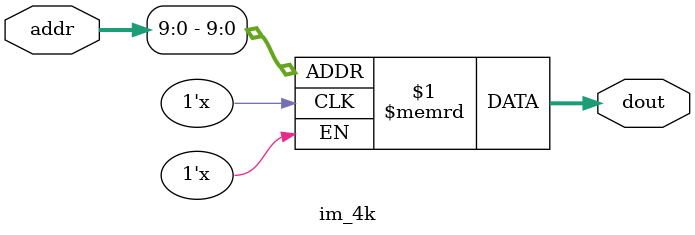
<source format=v>
module im_4k( addr, dout );
    
    input [29:0] addr;
    output [31:0] dout;
    
    reg [31:0] mem[1023:0];
    
    assign dout = mem[addr[9:0]];
    
endmodule    

</source>
